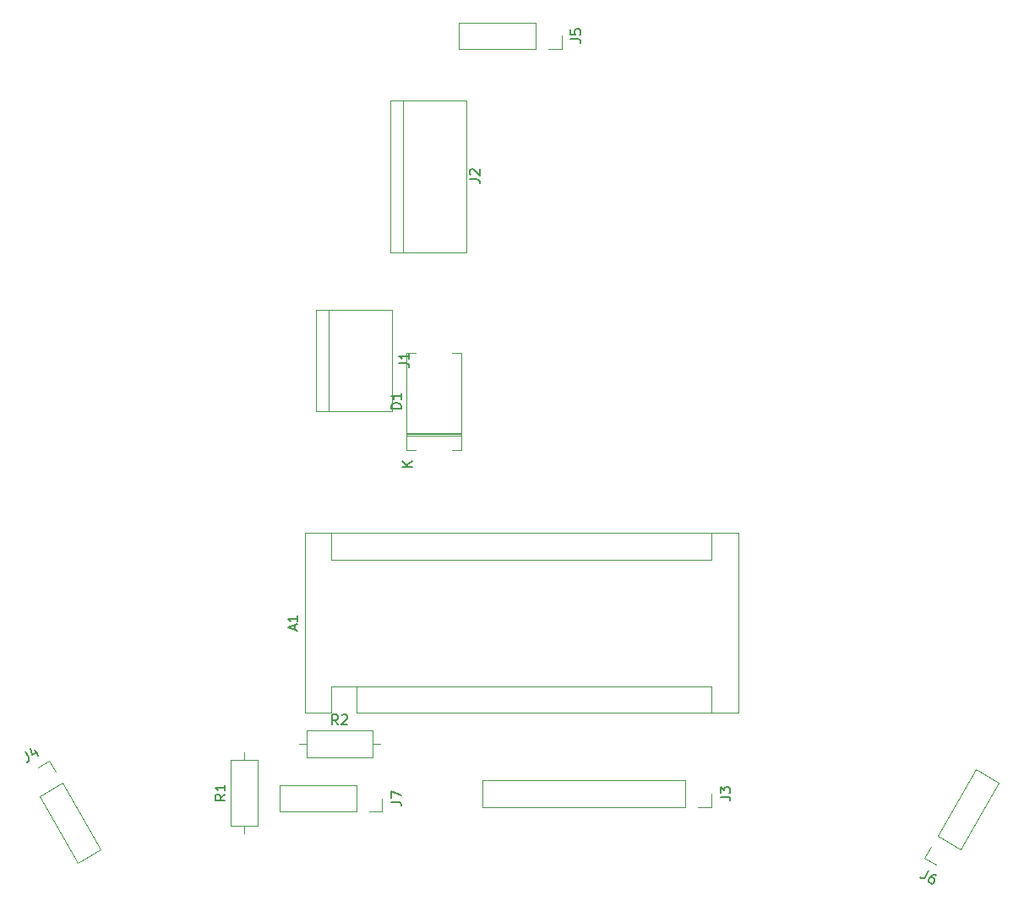
<source format=gbr>
G04 #@! TF.GenerationSoftware,KiCad,Pcbnew,5.1.5+dfsg1-2build2*
G04 #@! TF.CreationDate,2022-03-22T13:14:10-03:00*
G04 #@! TF.ProjectId,Robot3WD,526f626f-7433-4574-942e-6b696361645f,rev?*
G04 #@! TF.SameCoordinates,Original*
G04 #@! TF.FileFunction,Legend,Top*
G04 #@! TF.FilePolarity,Positive*
%FSLAX46Y46*%
G04 Gerber Fmt 4.6, Leading zero omitted, Abs format (unit mm)*
G04 Created by KiCad (PCBNEW 5.1.5+dfsg1-2build2) date 2022-03-22 13:14:10*
%MOMM*%
%LPD*%
G04 APERTURE LIST*
%ADD10C,0.120000*%
%ADD11C,0.150000*%
G04 APERTURE END LIST*
D10*
X93160000Y-102020000D02*
X92280000Y-102020000D01*
X92280000Y-102020000D02*
X92280000Y-92280000D01*
X92280000Y-92280000D02*
X93160000Y-92280000D01*
X96840000Y-102020000D02*
X97720000Y-102020000D01*
X97720000Y-102020000D02*
X97720000Y-92280000D01*
X97720000Y-92280000D02*
X96840000Y-92280000D01*
X92280000Y-100475000D02*
X97720000Y-100475000D01*
X92280000Y-100355000D02*
X97720000Y-100355000D01*
X92280000Y-100595000D02*
X97720000Y-100595000D01*
X87270000Y-125730000D02*
X84730000Y-125730000D01*
X84730000Y-125730000D02*
X84730000Y-128400000D01*
X87270000Y-128400000D02*
X125500000Y-128400000D01*
X82060000Y-128400000D02*
X84730000Y-128400000D01*
X84730000Y-113030000D02*
X84730000Y-110360000D01*
X84730000Y-113030000D02*
X122830000Y-113030000D01*
X122830000Y-113030000D02*
X122830000Y-110360000D01*
X87270000Y-125730000D02*
X87270000Y-128400000D01*
X87270000Y-125730000D02*
X122830000Y-125730000D01*
X122830000Y-125730000D02*
X122830000Y-128400000D01*
X125500000Y-128400000D02*
X125500000Y-110360000D01*
X125500000Y-110360000D02*
X82060000Y-110360000D01*
X82060000Y-110360000D02*
X82060000Y-128400000D01*
X84460000Y-98120000D02*
X84460000Y-87960000D01*
X83190000Y-98120000D02*
X90810000Y-98120000D01*
X90810000Y-98120000D02*
X90810000Y-87960000D01*
X90810000Y-87960000D02*
X83190000Y-87960000D01*
X83190000Y-87960000D02*
X83190000Y-98120000D01*
X55483186Y-136764852D02*
X57786814Y-135434852D01*
X55483186Y-136764852D02*
X59323186Y-143415927D01*
X59323186Y-143415927D02*
X61626814Y-142085927D01*
X57786814Y-135434852D02*
X61626814Y-142085927D01*
X56486814Y-133183186D02*
X57151814Y-134335000D01*
X55335000Y-133848186D02*
X56486814Y-133183186D01*
X107830000Y-60500000D02*
X107830000Y-61830000D01*
X107830000Y-61830000D02*
X106500000Y-61830000D01*
X105230000Y-61830000D02*
X97550000Y-61830000D01*
X97550000Y-59170000D02*
X97550000Y-61830000D01*
X105230000Y-59170000D02*
X97550000Y-59170000D01*
X105230000Y-59170000D02*
X105230000Y-61830000D01*
X147786814Y-142065148D02*
X145483186Y-140735148D01*
X147786814Y-142065148D02*
X151626814Y-135414073D01*
X151626814Y-135414073D02*
X149323186Y-134084073D01*
X145483186Y-140735148D02*
X149323186Y-134084073D01*
X144183186Y-142986814D02*
X144848186Y-141835000D01*
X145335000Y-143651814D02*
X144183186Y-142986814D01*
X120230000Y-135170000D02*
X120230000Y-137830000D01*
X120230000Y-135170000D02*
X99850000Y-135170000D01*
X99850000Y-135170000D02*
X99850000Y-137830000D01*
X120230000Y-137830000D02*
X99850000Y-137830000D01*
X122830000Y-137830000D02*
X121500000Y-137830000D01*
X122830000Y-136500000D02*
X122830000Y-137830000D01*
X87230000Y-135670000D02*
X87230000Y-138330000D01*
X87230000Y-135670000D02*
X79550000Y-135670000D01*
X79550000Y-135670000D02*
X79550000Y-138330000D01*
X87230000Y-138330000D02*
X79550000Y-138330000D01*
X89830000Y-138330000D02*
X88500000Y-138330000D01*
X89830000Y-137000000D02*
X89830000Y-138330000D01*
X74630000Y-139690000D02*
X77370000Y-139690000D01*
X77370000Y-139690000D02*
X77370000Y-133150000D01*
X77370000Y-133150000D02*
X74630000Y-133150000D01*
X74630000Y-133150000D02*
X74630000Y-139690000D01*
X76000000Y-140460000D02*
X76000000Y-139690000D01*
X76000000Y-132380000D02*
X76000000Y-133150000D01*
X89620000Y-131500000D02*
X88850000Y-131500000D01*
X81540000Y-131500000D02*
X82310000Y-131500000D01*
X88850000Y-130130000D02*
X82310000Y-130130000D01*
X88850000Y-132870000D02*
X88850000Y-130130000D01*
X82310000Y-132870000D02*
X88850000Y-132870000D01*
X82310000Y-130130000D02*
X82310000Y-132870000D01*
X90690000Y-66960000D02*
X98310000Y-66960000D01*
X90690000Y-82200000D02*
X98310000Y-82200000D01*
X91960000Y-66960000D02*
X91960000Y-82200000D01*
X98310000Y-66960000D02*
X98310000Y-82200000D01*
X90690000Y-66960000D02*
X90690000Y-82200000D01*
D11*
X91732380Y-97888095D02*
X90732380Y-97888095D01*
X90732380Y-97650000D01*
X90780000Y-97507142D01*
X90875238Y-97411904D01*
X90970476Y-97364285D01*
X91160952Y-97316666D01*
X91303809Y-97316666D01*
X91494285Y-97364285D01*
X91589523Y-97411904D01*
X91684761Y-97507142D01*
X91732380Y-97650000D01*
X91732380Y-97888095D01*
X91732380Y-96364285D02*
X91732380Y-96935714D01*
X91732380Y-96650000D02*
X90732380Y-96650000D01*
X90875238Y-96745238D01*
X90970476Y-96840476D01*
X91018095Y-96935714D01*
X92852380Y-103761904D02*
X91852380Y-103761904D01*
X92852380Y-103190476D02*
X92280952Y-103619047D01*
X91852380Y-103190476D02*
X92423809Y-103761904D01*
X81086666Y-120094285D02*
X81086666Y-119618095D01*
X81372380Y-120189523D02*
X80372380Y-119856190D01*
X81372380Y-119522857D01*
X81372380Y-118665714D02*
X81372380Y-119237142D01*
X81372380Y-118951428D02*
X80372380Y-118951428D01*
X80515238Y-119046666D01*
X80610476Y-119141904D01*
X80658095Y-119237142D01*
X91532380Y-93373333D02*
X92246666Y-93373333D01*
X92389523Y-93420952D01*
X92484761Y-93516190D01*
X92532380Y-93659047D01*
X92532380Y-93754285D01*
X92532380Y-92373333D02*
X92532380Y-92944761D01*
X92532380Y-92659047D02*
X91532380Y-92659047D01*
X91675238Y-92754285D01*
X91770476Y-92849523D01*
X91818095Y-92944761D01*
X54052515Y-132293524D02*
X54409658Y-132912114D01*
X54439847Y-133059641D01*
X54404987Y-133189739D01*
X54305079Y-133302407D01*
X54222600Y-133350026D01*
X55002728Y-132129818D02*
X55336062Y-132707169D01*
X54606056Y-131918952D02*
X54757002Y-132656589D01*
X55293113Y-132347065D01*
X108722380Y-60833333D02*
X109436666Y-60833333D01*
X109579523Y-60880952D01*
X109674761Y-60976190D01*
X109722380Y-61119047D01*
X109722380Y-61214285D01*
X108722380Y-59880952D02*
X108722380Y-60357142D01*
X109198571Y-60404761D01*
X109150952Y-60357142D01*
X109103333Y-60261904D01*
X109103333Y-60023809D01*
X109150952Y-59928571D01*
X109198571Y-59880952D01*
X109293809Y-59833333D01*
X109531904Y-59833333D01*
X109627142Y-59880952D01*
X109674761Y-59928571D01*
X109722380Y-60023809D01*
X109722380Y-60261904D01*
X109674761Y-60357142D01*
X109627142Y-60404761D01*
X144600134Y-144257971D02*
X144242991Y-144876560D01*
X144130323Y-144976469D01*
X144000225Y-145011328D01*
X143852698Y-144981139D01*
X143770219Y-144933520D01*
X145383681Y-144710352D02*
X145218723Y-144615114D01*
X145112435Y-144608734D01*
X145047387Y-144626164D01*
X144893479Y-144702263D01*
X144757002Y-144843410D01*
X144566526Y-145173325D01*
X144560146Y-145279613D01*
X144577576Y-145344662D01*
X144636245Y-145433520D01*
X144801202Y-145528758D01*
X144907490Y-145535138D01*
X144972539Y-145517708D01*
X145061397Y-145459039D01*
X145180445Y-145252842D01*
X145186825Y-145146554D01*
X145169395Y-145081506D01*
X145110726Y-144992647D01*
X144945769Y-144897409D01*
X144839481Y-144891029D01*
X144774432Y-144908459D01*
X144685573Y-144967128D01*
X123722380Y-136833333D02*
X124436666Y-136833333D01*
X124579523Y-136880952D01*
X124674761Y-136976190D01*
X124722380Y-137119047D01*
X124722380Y-137214285D01*
X123722380Y-136452380D02*
X123722380Y-135833333D01*
X124103333Y-136166666D01*
X124103333Y-136023809D01*
X124150952Y-135928571D01*
X124198571Y-135880952D01*
X124293809Y-135833333D01*
X124531904Y-135833333D01*
X124627142Y-135880952D01*
X124674761Y-135928571D01*
X124722380Y-136023809D01*
X124722380Y-136309523D01*
X124674761Y-136404761D01*
X124627142Y-136452380D01*
X90722380Y-137333333D02*
X91436666Y-137333333D01*
X91579523Y-137380952D01*
X91674761Y-137476190D01*
X91722380Y-137619047D01*
X91722380Y-137714285D01*
X90722380Y-136952380D02*
X90722380Y-136285714D01*
X91722380Y-136714285D01*
X74082380Y-136586666D02*
X73606190Y-136920000D01*
X74082380Y-137158095D02*
X73082380Y-137158095D01*
X73082380Y-136777142D01*
X73130000Y-136681904D01*
X73177619Y-136634285D01*
X73272857Y-136586666D01*
X73415714Y-136586666D01*
X73510952Y-136634285D01*
X73558571Y-136681904D01*
X73606190Y-136777142D01*
X73606190Y-137158095D01*
X74082380Y-135634285D02*
X74082380Y-136205714D01*
X74082380Y-135920000D02*
X73082380Y-135920000D01*
X73225238Y-136015238D01*
X73320476Y-136110476D01*
X73368095Y-136205714D01*
X85413333Y-129582380D02*
X85080000Y-129106190D01*
X84841904Y-129582380D02*
X84841904Y-128582380D01*
X85222857Y-128582380D01*
X85318095Y-128630000D01*
X85365714Y-128677619D01*
X85413333Y-128772857D01*
X85413333Y-128915714D01*
X85365714Y-129010952D01*
X85318095Y-129058571D01*
X85222857Y-129106190D01*
X84841904Y-129106190D01*
X85794285Y-128677619D02*
X85841904Y-128630000D01*
X85937142Y-128582380D01*
X86175238Y-128582380D01*
X86270476Y-128630000D01*
X86318095Y-128677619D01*
X86365714Y-128772857D01*
X86365714Y-128868095D01*
X86318095Y-129010952D01*
X85746666Y-129582380D01*
X86365714Y-129582380D01*
X98602380Y-74883333D02*
X99316666Y-74883333D01*
X99459523Y-74930952D01*
X99554761Y-75026190D01*
X99602380Y-75169047D01*
X99602380Y-75264285D01*
X98697619Y-74454761D02*
X98650000Y-74407142D01*
X98602380Y-74311904D01*
X98602380Y-74073809D01*
X98650000Y-73978571D01*
X98697619Y-73930952D01*
X98792857Y-73883333D01*
X98888095Y-73883333D01*
X99030952Y-73930952D01*
X99602380Y-74502380D01*
X99602380Y-73883333D01*
M02*

</source>
